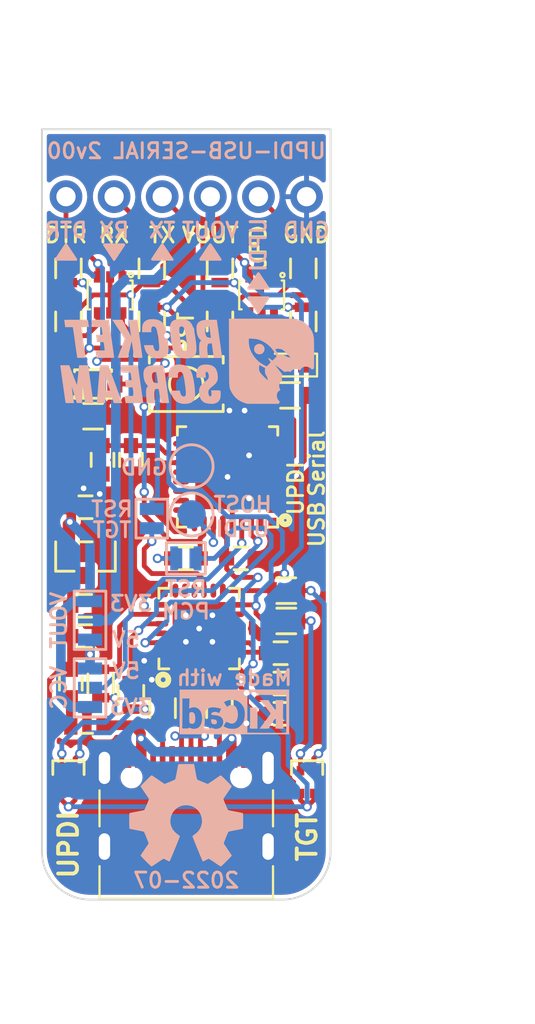
<source format=kicad_pcb>
(kicad_pcb (version 20221018) (generator pcbnew)
  (title_block (title "UPDI-USB-SERIAL") (date "2022-07-17") (rev "2.00") (company "Rocket Scream Electronics"))
  (layers (0 "F.Cu" signal) (31 "B.Cu" signal) (34 "B.Paste" user) (35 "F.Paste" user) (36 "B.SilkS" user "B.Silkscreen") (37 "F.SilkS" user "F.Silkscreen") (38 "B.Mask" user) (39 "F.Mask" user) (44 "Edge.Cuts" user))
  (net 0 "")
  (net 1 "GND")
  (net 2 "3V3")
  (net 3 "5V")
  (net 4 "VCC")
  (net 5 "Net-(C3-Pad1)")
  (net 6 "/RST_HOST")
  (net 7 "Net-(C4-Pad1)")
  (net 8 "Net-(C9-Pad1)")
  (net 9 "Net-(D3-Pad4)")
  (net 10 "VUSB")
  (net 11 "Net-(D3-Pad3)")
  (net 12 "/RST")
  (net 13 "Net-(D4-Pad2)")
  (net 14 "/RXD")
  (net 15 "/TXD")
  (net 16 "/UPDI_TGT")
  (net 17 "Net-(J2-PadB5)")
  (net 19 "/D+")
  (net 20 "/D-")
  (net 21 "Net-(J2-PadA5)")
  (net 23 "/DTR")
  (net 24 "/DTR1")
  (net 25 "/DTR0")
  (net 26 "/D8")
  (net 27 "Net-(F1-Pad2)")
  (net 28 "/RXD0")
  (net 29 "/TXD0")
  (net 30 "/D7")
  (net 43 "VOUT")
  (net 46 "/TXD1")
  (net 47 "/RXD1")
  (net 61 "Net-(D2-Pad3)")
  (net 62 "Net-(D2-Pad4)")
  (net 68 "/UPDI_HOST")
  (footprint "RocketScreamKiCadLib:R_0603" (layer "F.Cu") (at 144.98 105.62 180)
    (fp_text reference "R11" hide)
    (fp_text value "5K1")
  )
  (footprint "RocketScreamKiCadLib:R_0603" (layer "F.Cu") (at 144.98 107.22 180)
    (fp_text reference "R9" hide)
    (fp_text value "5K1")
  )
  (footprint "RocketScreamKiCadLib:RCP_1x6_Pitch2.54mm_RightAngle" (layer "F.Cu") (at 139.7 84.836)
    (fp_text reference "J1" hide)
    (fp_text value "2.54mm 1x6")
  )
  (footprint "RocketScreamKiCadLib:C_0603" (layer "F.Cu") (at 134.354 108.02)
    (fp_text reference "C5" hide)
    (fp_text value "10uF 16V X5R")
  )
  (footprint "RocketScreamKiCadLib:C_0603" (layer "F.Cu") (at 144.68 112.12)
    (fp_text reference "C2" hide)
    (fp_text value "100nF")
  )
  (footprint "RocketScreamKiCadLib:C_0603" (layer "F.Cu") (at 144.68 108.92)
    (fp_text reference "C1" hide)
    (fp_text value "10uF 16V X5R")
  )
  (footprint "RocketScreamKiCadLib:C_0603" (layer "F.Cu") (at 142.58 103.92)
    (fp_text reference "C8" hide)
    (fp_text value "100nF")
  )
  (footprint "RocketScreamKiCadLib:C_0603" (layer "F.Cu") (at 136.78 98.72 -90)
    (fp_text reference "C9" hide)
    (fp_text value "100nF")
  )
  (footprint "RocketScreamKiCadLib:C_0603" (layer "F.Cu") (at 139.68 103.92)
    (fp_text reference "C4" hide)
    (fp_text value "100nF")
  )
  (footprint "RocketScreamKiCadLib:SOD-323" (layer "F.Cu") (at 134.78 94.72)
    (fp_text reference "D1" hide)
    (fp_text value "1N4148WS")
  )
  (footprint "RocketScreamKiCadLib:MF-FSMF" (layer "F.Cu") (at 134.454 112.72 180)
    (fp_text reference "F1" hide)
    (fp_text value "MF-FSMF050X-2")
  )
  (footprint "RocketScreamKiCadLib:R_0603" (layer "F.Cu") (at 134.78 96.42 180)
    (fp_text reference "R5" hide)
    (fp_text value "10K")
  )
  (footprint "RocketScreamKiCadLib:TS-107A" (layer "F.Cu") (at 139.7 94.72)
    (fp_text reference "SW1" hide)
    (fp_text value "TS-107A")
  )
  (footprint "RocketScreamKiCadLib:TYPE-C16PIN" (layer "F.Cu") (at 139.7 117.856)
    (fp_text reference "J2" hide)
    (fp_text value "USB-C_16Pins")
  )
  (footprint "RocketScreamKiCadLib:R_0603" (layer "F.Cu") (at 138.45 111.82 90)
    (fp_text reference "R2" hide)
    (fp_text value "5K1")
  )
  (footprint "RocketScreamKiCadLib:I_0603" (layer "F.Cu") (at 133.604 110.52 90)
    (fp_text reference "L1" hide)
    (fp_text value "BLM18KG221SN1D")
  )
  (footprint "RocketScreamKiCadLib:C_0603" (layer "F.Cu") (at 134.354 106.42)
    (fp_text reference "C6" hide)
    (fp_text value "100nF")
  )
  (footprint "RocketScreamKiCadLib:C_0603" (layer "F.Cu") (at 134.38 101.22)
    (fp_text reference "C7" hide)
    (fp_text value "10uF 16V X5R")
  )
  (footprint "RocketScreamKiCadLib:SOT-363_Diodes_Inc" (layer "F.Cu") (at 143.68 90.02 180)
    (fp_text reference "Q1" hide)
    (fp_text value "BSS138DW")
  )
  (footprint "RocketScreamKiCadLib:SOT-363_Diodes_Inc" (layer "F.Cu") (at 135.68 90.02 180)
    (fp_text reference "Q2" hide)
    (fp_text value "BSS138DW")
  )
  (footprint "RocketScreamKiCadLib:R_0603" (layer "F.Cu") (at 145.88 88.62 -90)
    (fp_text reference "R4" hide)
    (fp_text value "100K")
  )
  (footprint "RocketScreamKiCadLib:R_0603" (layer "F.Cu") (at 137.88 88.62 -90)
    (fp_text reference "R13" hide)
    (fp_text value "10K")
  )
  (footprint "RocketScreamKiCadLib:R_0603" (layer "F.Cu") (at 141.48 88.62 -90)
    (fp_text reference "R10" hide)
    (fp_text value "10K")
  )
  (footprint "RocketScreamKiCadLib:R_0603" (layer "F.Cu") (at 133.48 88.62 -90)
    (fp_text reference "R16" hide)
    (fp_text value "10K")
  )
  (footprint "RocketScreamKiCadLib:R_0603" (layer "F.Cu") (at 145.88 91.42 90)
    (fp_text reference "R3" hide)
    (fp_text value "100K")
  )
  (footprint "RocketScreamKiCadLib:R_0603" (layer "F.Cu") (at 137.88 91.42 90)
    (fp_text reference "R12" hide)
    (fp_text value "10K")
  )
  (footprint "RocketScreamKiCadLib:R_0603" (layer "F.Cu") (at 141.48 91.42 90)
    (fp_text reference "R7" hide)
    (fp_text value "10K")
  )
  (footprint "RocketScreamKiCadLib:R_0603" (layer "F.Cu") (at 133.48 91.42 90)
    (fp_text reference "R15" hide)
    (fp_text value "10K")
  )
  (footprint "RocketScreamKiCadLib:R_0603" (layer "F.Cu") (at 141.45 111.82 90)
    (fp_text reference "R1" hide)
    (fp_text value "5K1")
  )
  (footprint "RocketScreamKiCadLib:C_0603" (layer "F.Cu") (at 144.68 110.52)
    (fp_text reference "C3" hide)
    (fp_text value "10uF 16V X5R")
  )
  (footprint "RocketScreamKiCadLib:R_0603" (layer "F.Cu") (at 136.78 111.12 90)
    (fp_text reference "R8" hide)
    (fp_text value "5K1")
  )
  (footprint "RocketScreamKiCadLib:R_0603" (layer "F.Cu") (at 135.18 110.52 90)
    (fp_text reference "R6" hide)
    (fp_text value "5K1")
  )
  (footprint "RocketScreamKiCadLib:LED-18-225" (layer "F.Cu") (at 133.48 115.72 -90)
    (fp_text reference "D2" hide)
    (fp_text value "18-225A/R6GHC-A01/3T")
  )
  (footprint "RocketScreamKiCadLib:LED-18-225" (layer "F.Cu") (at 146.08 115.72 -90)
    (fp_text reference "D3" hide)
    (fp_text value "18-225A/R6GHC-A01/3T")
  )
  (footprint "RocketScreamKiCadLib:SOT-23" (layer "F.Cu") (at 134.38 103.82 90)
    (fp_text reference "U2" hide)
    (fp_text value "ME6216A33XG")
  )
  (footprint "RocketScreamKiCadLib:FIDUCIAL-0.5MM_CROSS" (layer "F.Cu") (at 144.98 120.82)
    (fp_text reference "M2" hide)
    (fp_text value "FIDUCIAL")
  )
  (footprint "RocketScreamKiCadLib:LED_0603" (layer "F.Cu") (at 145.18 93.72 180)
    (fp_text reference "D4" hide)
    (fp_text value "Yellow")
  )
  (footprint "RocketScreamKiCadLib:FIDUCIAL-0.5MM_CROSS" (layer "F.Cu") (at 134.38 120.82)
    (fp_text reference "M1" hide)
    (fp_text value "FIDUCIAL")
  )
  (footprint "RocketScreamKiCadLib:QFN-24_4x4mm_Pitch0.5mm" (layer "F.Cu") (at 140.38 107.62 90)
    (fp_text reference "U1" hide)
    (fp_text value "CH342F")
  )
  (footprint "RocketScreamKiCadLib:I_0603" (layer "F.Cu") (at 135.28 98.72 -90)
    (fp_text reference "L2" hide)
    (fp_text value "BLM18KG221SN1D")
  )
  (footprint "RocketScreamKiCadLib:FIDUCIAL-0.5MM_CROSS" (layer "F.Cu") (at 146.08 82.42)
    (fp_text reference "M4" hide)
    (fp_text value "FIDUCIAL")
  )
  (footprint "RocketScreamKiCadLib:R_0603" (layer "F.Cu") (at 145.18 95.32)
    (fp_text reference "R14" hide)
    (fp_text value "5K1")
  )
  (footprint "RocketScreamKiCadLib:QFN-32_5x5mm_Pitch0.5mm" (layer "F.Cu") (at 141.88 99.62 180)
    (fp_text reference "U3" hide)
    (fp_text value "ATMEGA808-MU")
  )
  (footprint "RocketScreamKiCadLib:FIDUCIAL-0.5MM_CROSS" (layer "F.Cu") (at 133.38 82.42)
    (fp_text reference "M3" hide)
    (fp_text value "FIDUCIAL")
  )
  (footprint "RocketScreamKiCadLib:LOGO-OSHW_XSmall" (layer "B.Cu") (at 139.7 117.475 180)
    (fp_text reference "LOGO2" hide)
    (fp_text value "LOGO-OSHW" hide)
  )
  (footprint "RocketScreamKiCadLib:LOGO-KICAD_XXXSmall" (layer "B.Cu") (at 142.24 112.02 180)
    (fp_text reference "LOGO3" hide)
    (fp_text value "LOGO-KICAD" hide)
  )
  (footprint "RocketScreamKiCadLib:JUMPER-2-WAY-SMD" (layer "B.Cu") (at 134.62 110.744 -90)
    (fp_text reference "JP1" hide)
    (fp_text value "JUMPER-2-WAY")
  )
  (footprint "RocketScreamKiCadLib:TEST-PAD-1.5MM" (layer "B.Cu") (at 139.98 101.6)
    (fp_text reference "TP1" hide)
    (fp_text value "TEST-PAD")
  )
  (footprint "RocketScreamKiCadLib:TEST-PAD-1.5MM" (layer "B.Cu") (at 139.98 99.06)
    (fp_text reference "TP2" hide)
    (fp_text value "TEST-PAD")
  )
  (footprint "RocketScreamKiCadLib:LOGO-ROCKET-SCREAM_Horizontal_XSmall" (layer "B.Cu") (at 139.7 93.52 180)
    (fp_text reference "LOGO1" hide)
    (fp_text value "LOGO-ROCKET-SCREAM-HORIZONTAL" hide)
  )
  (footprint "RocketScreamKiCadLib:JUMPER-1-WAY-SMD" (layer "B.Cu") (at 139.68 103.92)
    (fp_text reference "JP4" hide)
    (fp_text value "JUMPER-1-WAY")
  )
  (footprint "RocketScreamKiCadLib:JUMPER-1-WAY-SMD" (layer "B.Cu") (at 137.88 101.82 -90)
    (fp_text reference "JP2" hide)
    (fp_text value "JUMPER-1-WAY")
  )
  (footprint "RocketScreamKiCadLib:JUMPER-2-WAY-SMD" (layer "B.Cu") (at 134.62 107.188 90)
    (fp_text reference "JP3" hide)
    (fp_text value "JUMPER-2-WAY")
  )
  (gr_poly (pts (xy 136.398 87.376) (xy 135.382 87.376) (xy 135.89 88.138)) (stroke (width 0.15)) (fill solid) (layer "B.SilkS"))
  (gr_poly (pts (xy 132.842 88.138) (xy 133.858 88.138) (xy 133.35 87.376)) (stroke (width 0.15)) (fill solid) (layer "B.SilkS"))
  (gr_poly (pts (xy 137.922 88.138) (xy 138.938 88.138) (xy 138.43 87.376)) (stroke (width 0.15)) (fill solid) (layer "B.SilkS"))
  (gr_poly (pts (xy 140.462 88.138) (xy 141.478 88.138) (xy 140.97 87.376)) (stroke (width 0.15)) (fill solid) (layer "B.SilkS"))
  (gr_poly (pts (xy 144.018 90.17) (xy 143.002 90.17) (xy 143.51 90.932)) (stroke (width 0.15)) (fill solid) (layer "B.SilkS"))
  (gr_poly (pts (xy 143.002 89.662) (xy 144.018 89.662) (xy 143.51 88.9)) (stroke (width 0.15)) (fill solid) (layer "B.SilkS"))
  (gr_arc (start 147.32 119.38) (mid 146.576051 121.176051) (end 144.78 121.92) (stroke (width 0.1)) (layer "Edge.Cuts"))
  (gr_line (start 132.08 81.28) (end 147.32 81.28) (stroke (width 0.1)) (layer "Edge.Cuts"))
  (gr_line (start 147.32 81.28) (end 147.32 119.38) (stroke (width 0.1)) (layer "Edge.Cuts"))
  (gr_arc (start 134.62 121.92) (mid 132.823949 121.176051) (end 132.08 119.38) (stroke (width 0.1)) (layer "Edge.Cuts"))
  (gr_line (start 132.08 119.38) (end 132.08 81.28) (stroke (width 0.1)) (layer "Edge.Cuts"))
  (gr_line (start 144.78 121.92) (end 134.62 121.92) (stroke (width 0.1)) (layer "Edge.Cuts"))
  (gr_text "VCC" (at 132.969 110.744 90) (layer "B.SilkS") (effects (font (size 0.8 0.8)) (justify mirror)))
  (gr_text "5V" (at 136.525 108.204) (layer "B.SilkS") (effects (font (size 0.8 0.8)) (justify mirror)))
  (gr_text "VOUT" (at 140.97 86.614) (layer "B.SilkS") (effects (font (size 0.8 0.8)) (justify mirror)))
  (gr_text "UPDI" (at 143.51 87.376 90) (layer "B.SilkS") (effects (font (size 0.8 0.8)) (justify mirror)))
  (gr_text "GND" (at 146.05 86.614) (layer "B.SilkS") (effects (font (size 0.8 0.8)) (justify mirror)))
  (gr_text "TX" (at 138.43 86.614) (layer "B.SilkS") (effects (font (size 0.8 0.8)) (justify mirror)))
  (gr_text "RX" (at 135.89 86.614) (layer "B.SilkS") (effects (font (size 0.8 0.8)) (justify mirror)))
  (gr_text "DTR" (at 133.35 86.614) (layer "B.SilkS") (effects (font (size 0.8 0.8)) (justify mirror)))
  (gr_text "UPDI-USB-SERIAL 2v00" (at 139.7 82.423) (layer "B.SilkS") (effects (font (size 0.8 0.8)) (justify mirror)))
  (gr_text "VOUT" (at 132.969 107.188 90) (layer "B.SilkS") (effects (font (size 0.8 0.8)) (justify mirror)))
  (gr_text "5V" (at 136.525 109.855) (layer "B.SilkS") (effects (font (size 0.8 0.8)) (justify mirror)))
  (gr_text "3V3" (at 136.779 111.76) (layer "B.SilkS") (effects (font (size 0.8 0.8)) (justify mirror)))
  (gr_text "RST" (at 139.68 105.52) (layer "B.SilkS") (effects (font (size 0.8 0.8)) (justify mirror)))
  (gr_text "HOST\nUPDI" (at 142.68 101.72) (layer "B.SilkS") (effects (font (size 0.8 0.8)) (justify mirror)))
  (gr_text "PGM" (at 139.68 106.72) (layer "B.SilkS") (effects (font (size 0.8 0.8)) (justify mirror)))
  (gr_text "RST" (at 135.78 101.32) (layer "B.SilkS") (effects (font (size 0.8 0.8)) (justify mirror)))
  (gr_text "TGT" (at 135.78 102.42) (layer "B.SilkS") (effects (font (size 0.8 0.8)) (justify mirror)))
  (gr_text "2022-07" (at 139.7 120.904) (layer "B.SilkS") (effects (font (size 0.8 0.8)) (justify mirror)))
  (gr_text "GND" (at 137.48 99.12) (layer "B.SilkS") (effects (font (size 0.8 0.8)) (justify mirror)))
  (gr_text "Made with" (at 142.24 110.22) (layer "B.SilkS") (effects (font (size 0.8 0.8)) (justify mirror)))
  (gr_text "3V3" (at 136.779 106.299) (layer "B.SilkS") (effects (font (size 0.8 0.8)) (justify mirror)))
  (gr_text "RX" (at 135.89 86.868) (layer "F.SilkS") (effects (font (size 0.8 0.8))))
  (gr_text "TX" (at 138.43 86.868) (layer "F.SilkS") (effects (font (size 0.8 0.8))))
  (gr_text "VOUT" (at 140.97 86.868) (layer "F.SilkS") (effects (font (size 0.8 0.8))))
  (gr_text "UPDI" (at 143.51 87.376 90) (layer "F.SilkS") (effects (font (size 0.8 0.8))))
  (gr_text "GND" (at 146.05 86.868) (layer "F.SilkS") (effects (font (size 0.8 0.8))))
  (gr_text "UPDI" (at 133.48 119.02 90) (layer "F.SilkS") (effects (font (size 1 1) (thickness 0.2))))
  (gr_text "TGT" (at 146.08 118.62 90) (layer "F.SilkS") (effects (font (size 1 1) (thickness 0.2))))
  (gr_text "RST" (at 139.68 92.02 90) (layer "F.SilkS") (effects (font (size 0.8 0.8))))
  (gr_text "DTR" (at 133.35 86.868) (layer "F.SilkS") (effects (font (size 0.8 0.8))))
  (gr_text "Serial" (at 146.58 98.92 90) (layer "F.SilkS") (effects (font (size 0.8 0.8))))
  (gr_text "USB" (at 146.58 102.12 90) (layer "F.SilkS") (effects (font (size 0.8 0.8))))
  (gr_text "UPDI" (at 145.48 100.22 90) (layer "F.SilkS") (effects (font (size 0.8 0.8))))
  (segment (start 135.104 106.42) (end 135.104 108.02) (width 0.381) (layer "F.Cu") (net 1))
  (segment (start 142.13 102.07) (end 142.13 101.005) (width 0.254) (layer "F.Cu") (net 1))
  (segment (start 139.38 110.42) (end 138.68 110.42) (width 0.254) (layer "F.Cu") (net 1))
  (segment (start 135.13 101.22) (end 135.13 100.52) (width 0.254) (layer "F.Cu") (net 1))
  (segment (start 138.13 99.47) (end 136.78 99.47) (width 0.254) (layer "F.Cu") (net 1))
  (segment (start 135.13 101.87) (end 135.13 101.22) (width 0.508) (layer "F.Cu") (net 1))
  (segment (start 139.63 109.62) (end 139.63 110.17) (width 0.254) (layer "F.Cu") (net 1))
  (segment (start 139.429999 98.87) (end 138.73 98.87) (width 0.254) (layer "F.Cu") (net 1))
  (segment (start 139.63 110.17) (end 139.38 110.42) (width 0.254) (layer "F.Cu") (net 1))
  (segment (start 135.33 102.07) (end 135.13 101.87) (width 0.508) (layer "F.Cu") (net 1))
  (segment (start 138.73 98.87) (end 138.13 99.47) (width 0.254) (layer "F.Cu") (net 1))
  (segment (start 135.33 102.82) (end 135.33 102.07) (width 0.508) (layer "F.Cu") (net 1))
  (segment (start 142.13 101.005) (end 141.88 100.755) (width 0.254) (layer "F.Cu") (net 1))
  (via (at 140.38 107.62) (size 0.5) (drill 0.3) (layers "F.Cu" "B.Cu") (net 1))
  (via (at 142.88 112.62) (size 0.5) (drill 0.3) (layers "F.Cu" "B.Cu") (net 1))
  (via (at 135.13 100.52) (size 0.5) (drill 0.3) (layers "F.Cu" "B.Cu") (net 1))
  (via (at 137.88 110.32) (size 0.5) (drill 0.3) (layers "F.Cu" "B.Cu") (net 1))
  (via (at 143.015 100.755) (size 0.5) (drill 0.3) (layers "F.Cu" "B.Cu") (net 1))
  (via (at 143.015 98.485) (size 0.5) (drill 0.3) (layers "F.Cu" "B.Cu") (net 1))
  (via (at 141.08 108.32) (size 0.5) (drill 0.3) (layers "F.Cu" "B.Cu") (net 1))
  (via (at 134.28 100.22) (size 0.5) (drill 0.3) (layers "F.Cu" "B.Cu") (net 1))
  (via (at 139.68 108.32) (size 0.5) (drill 0.3) (layers "F.Cu" "B.Cu") (net 1))
  (via (at 137.48 109.32) (size 0.5) (drill 0.3) (layers "F.Cu" "B.Cu") (net 1))
  (via (at 142.78 96.12) (size 0.5) (drill 0.3) (layers "F.Cu" "B.Cu") (net 1))
  (via (at 141.98 96.12) (size 0.5) (drill 0.3) (layers "F.Cu" "B.Cu") (net 1))
  (via (at 141.08 106.92) (size 0.5) (drill 0.3) (layers "F.Cu" "B.Cu") (net 1))
  (via (at 139.68 106.92) (size 0.5) (drill 0.3) (layers "F.Cu" "B.Cu") (net 1))
  (via (at 141.88 99.62) (size 0.5) (drill 0.3) (layers "F.Cu" "B.Cu") (net 1))
  (segment (start 133.43 102.82) (end 133.43 102.12) (width 0.508) (layer "F.Cu") (net 2))
  (segment (start 133.63 101.92) (end 133.63 101.22) (width 0.508) (layer "F.Cu") (net 2))
  (segment (start 133.43 102.12) (end 133.555 101.995) (width 0.508) (layer "F.Cu") (net 2))
  (segment (start 133.555 101.995) (end 133.63 101.92) (width 0.508) (layer "F.Cu") (net 2))
  (via (at 133.555 101.995) (size 0.5) (drill 0.3) (layers "F.Cu" "B.Cu") (net 2))
  (segment (start 133.62 111.76) (end 134.62 111.76) (width 0.508) (layer "B.Cu") (net 2))
  (segment (start 133.08 111.22) (end 133.62 111.76) (width 0.508) (layer "B.Cu") (net 2))
  (segment (start 134.62 106.172) (end 133.728 106.172) (width 0.508) (layer "B.Cu") (net 2))
  (segment (start 134.62 103.06) (end 133.555 101.995) (width 0.508) (layer "B.Cu") (net 2))
  (segment (start 133.728 106.172) (end 133.08 106.82) (width 0.508) (layer "B.Cu") (net 2))
  (segment (start 134.62 106.172) (end 134.62 103.06) (width 0.508) (layer "B.Cu") (net 2))
  (segment (start 133.08 106.82) (end 133.08 111.22) (width 0.508) (layer "B.Cu") (net 2))
  (segment (start 133.63 94.72) (end 133.63 95.37) (width 0.381) (layer "F.Cu") (net 3))
  (segment (start 133.63 95.37) (end 134.03 95.77) (width 0.381) (layer "F.Cu") (net 3))
  (segment (start 138.68 90.67) (end 137.88 90.67) (width 0.254) (layer "F.Cu") (net 3))
  (segment (start 146.08 117.02) (end 146.43 116.67) (width 0.254) (layer "F.Cu") (net 3))
  (segment (start 139.38 92.52) (end 139.08 92.82) (width 0.254) (layer "F.Cu") (net 3))
  (segment (start 133.83 116.67) (end 133.48 117.02) (width 0.254) (layer "F.Cu") (net 3))
  (segment (start 143.23 108.87) (end 143.88 108.87) (width 0.254) (layer "F.Cu") (net 3))
  (segment (start 146.43 116.67) (end 146.43 116.32) (width 0.254) (layer "F.Cu") (net 3))
  (segment (start 134.38 104.82) (end 133.604 104.82) (width 0.381) (layer "F.Cu") (net 3))
  (segment (start 132.58 103.796) (end 133.604 104.82) (width 0.381) (layer "F.Cu") (net 3))
  (segment (start 132.48 110.32) (end 132.48 116.02) (width 0.254) (layer "F.Cu") (net 3))
  (segment (start 143.03 108.37) (end 143.23 108.57) (width 0.254) (layer "F.Cu") (net 3))
  (segment (start 145.88 90.67) (end 145.08 90.67) (width 0.254) (layer "F.Cu") (net 3))
  (segment (start 134.03 96.42) (end 134.03 95.77) (width 0.381) (layer "F.Cu") (net 3))
  (segment (start 139.38 91.37) (end 139.38 92.52) (width 0.254) (layer "F.Cu") (net 3))
  (segment (start 141.83 104.47) (end 141.83 103.92) (width 0.254) (layer "F.Cu") (net 3))
  (segment (start 142.88 111.02) (end 142.88 111.62) (width 0.254) (layer "F.Cu") (net 3))
  (segment (start 132.78 116.32) (end 133.13 116.32) (width 0.254) (layer "F.Cu") (net 3))
  (segment (start 133.604 109.77) (end 133.03 109.77) (width 0.254) (layer "F.Cu") (net 3))
  (segment (start 133.604 109.77) (end 133.604 104.82) (width 0.381) (layer "F.Cu") (net 3))
  (segment (start 133.83 116.32) (end 133.83 116.67) (width 0.254) (layer "F.Cu") (net 3))
  (segment (start 143.48 104.92) (end 142.28 104.92) (width 0.254) (layer "F.Cu") (net 3))
  (segment (start 133.48 89.37) (end 134.23 89.37) (width 0.254) (layer "F.Cu") (net 3))
  (segment (start 133.93 99.47) (end 132.58 100.82) (width 0.381) (layer "F.Cu") (net 3))
  (segment (start 133.13 116.67) (end 133.48 117.02) (width 0.254) (layer "F.Cu") (net 3))
  (segment (start 142.38 108.37) (end 143.03 108.37) (width 0.254) (layer "F.Cu") (net 3))
  (segment (start 143.88 108.87) (end 143.93 108.92) (width 0.254) (layer "F.Cu") (net 3))
  (segment (start 143.38 112.12) (end 143.93 112.12) (width 0.254) (layer "F.Cu") (net 3))
  (segment (start 143.23 108.87) (end 143.23 109.47) (width 0.254) (layer "F.Cu") (net 3))
  (segment (start 146.08 117.02) (end 145.73 116.67) (width 0.254) (layer "F.Cu") (net 3))
  (segment (start 142.88 111.02) (end 142.28 110.42) (width 0.254) (layer "F.Cu") (net 3))
  (segment (start 145.73 116.67) (end 145.73 116.32) (width 0.254) (layer "F.Cu") (net 3))
  (segment (start 133.03 109.77) (end 132.48 110.32) (width 0.254) (layer "F.Cu") (net 3))
  (segment (start 141.63 102.67) (end 141.83 102.87) (width 0.254) (layer "F.Cu") (net 3))
  (segment (start 141.63 102.07) (end 141.63 102.67) (width 0.254) (layer "F.Cu") (net 3))
  (segment (start 138.68 90.67) (end 139.38 91.37) (width 0.254) (layer "F.Cu") (net 3))
  (segment (start 132.58 100.82) (end 132.58 103.796) (width 0.381) (layer "F.Cu") (net 3))
  (segment (start 143.23 108.57) (end 143.23 108.87) (width 0.254) (layer "F.Cu") (net 3))
  (segment (start 142.88 111.62) (end 143.38 112.12) (width 0.254) (layer "F.Cu") (net 3))
  (segment (start 141.38 110.42) (end 141.13 110.17) (width 0.254) (layer "F.Cu") (net 3))
  (segment (start 141.13 110.17) (end 141.13 109.62) (width 0.254) (layer "F.Cu") (net 3))
  (segment (start 133.63 93.77) (end 133.63 94.72) (width 0.254) (layer "F.Cu") (net 3))
  (segment (start 141.83 102.87) (end 141.83 103.92) (width 0.254) (layer "F.Cu") (net 3))
  (segment (start 139.08 92.82) (end 134.58 92.82) (width 0.254) (layer "F.Cu") (net 3))
  (segment (start 142.38 108.87) (end 143.23 108.87) (width 0.254) (layer "F.Cu") (net 3))
  (segment (start 135.28 99.47) (end 133.93 99.47) (width 0.381) (layer "F.Cu") (net 3))
  (segment (start 134.58 92.82) (end 133.63 93.77) (width 0.254) (layer "F.Cu") (net 3))
  (segment (start 134.62 108.98) (end 133.64 108.98) (width 0.381) (layer "F.Cu") (net 3))
  (segment (start 142.28 104.92) (end 141.83 104.47) (width 0.254) (layer "F.Cu") (net 3))
  (segment (start 133.13 116.32) (end 133.13 116.67) (width 0.254) (layer "F.Cu") (net 3))
  (segment (start 132.48 116.02) (end 132.78 116.32) (width 0.254) (layer "F.Cu") (net 3))
  (segment (start 141.48 89.37) (end 142.23 89.37) (width 0.254) (layer "F.Cu") (net 3))
  (segment (start 134.03 99.42) (end 134.03 96.42) (width 0.381) (layer "F.Cu") (net 3))
  (segment (start 142.28 110.42) (end 141.38 110.42) (width 0.254) (layer "F.Cu") (net 3))
  (via (at 133.48 117.02) (size 0.5) (drill 0.3) (layers "F.Cu" "B.Cu") (net 3))
  (via (at 145.08 90.67) (size 0.5) (drill 0.3) (layers "F.Cu" "B.Cu") (net 3))
  (via (at 134.23 89.37) (size 0.5) (drill 0.3) (layers "F.Cu" "B.Cu") (net 3))
  (via (at 142.23 89.37) (size 0.5) (drill 0.3) (layers "F.Cu" "B.Cu") (net 3))
  (via (at 142.88 111.02) (size 0.5) (drill 0.3) (layers "F.Cu" "B.Cu") (net 3))
  (via (at 143.23 109.47) (size 0.5) (drill 0.3) (layers "F.Cu" "B.Cu") (net 3))
  (via (at 143.48 104.92) (size 0.5) (drill 0.3) (layers "F.Cu" "B.Cu") (net 3))
  (via (at 138.68 90.67) (size 0.5) (drill 0.3) (layers "F.Cu" "B.Cu") (net 3))
  (via (at 134.62 108.98) (size 0.5) (drill 0.3) (layers "F.Cu" "B.Cu") (net 3))
  (via (at 146.08 117.02) (size 0.5) (drill 0.3) (layers "F.Cu" "B.Cu") (net 3))
  (via (at 134.58 92.82) (size 0.5) (drill 0.3) (layers "F.Cu" "B.Cu") (net 3))
  (segment (start 142.68 105.72) (end 142.68 106.67) (width 0.254) (layer "B.Cu") (net 3))
  (segment (start 145.08 90.67) (end 143.53 90.67) (width 0.254) (layer "B.Cu") (net 3))
  (segment (start 146.08 117.02) (end 146.08 115.82) (width 0.254) (layer "B.Cu") (net 3))
  (segment (start 142.23 89.37) (end 139.98 89.37) (width 0.254) (layer "B.Cu") (net 3))
  (segment (start 139.98 89.37) (end 138.68 90.67) (width 0.254) (layer "B.Cu") (net 3))
  (segment (start 143.53 90.67) (end 142.23 89.37) (width 0.254) (layer "B.Cu") (net 3))
  (segment (start 142.88 109.82) (end 142.88 111.02) (width 0.254) (layer "B.Cu") (net 3))
  (segment (start 134.62 108.204) (end 134.62 108.98) (width 0.508) (layer "B.Cu") (net 3))
  (segment (start 145.08 114.82) (end 145.08 113.22) (width 0.254) (layer "B.Cu") (net 3))
  (segment (start 146.08 117.02) (end 133.48 117.02) (width 0.254) (layer "B.Cu") (net 3))
  (segment (start 143.23 107.22) (end 143.23 109.47) (width 0.254) (layer "B.Cu") (net 3))
  (segment (start 145.08 113.22) (end 142.88 111.02) (width 0.254) (layer "B.Cu") (net 3))
  (segment (start 134.58 92.82) (end 134.58 89.72) (width 0.254) (layer "B.Cu") (net 3))
  (segment (start 143.48 104.92) (end 142.68 105.72) (width 0.254) (layer "B.Cu") (net 3))
  (segment (start 146.08 115.82) (end 145.08 114.82) (width 0.254) (layer "B.Cu") (net 3))
  (segment (start 134.58 89.72) (end 134.23 89.37) (width 0.254) (layer "B.Cu") (net 3))
  (segment (start 142.68 106.67) (end 143.23 107.22) (width 0.254) (layer "B.Cu") (net 3))
  (segment (start 143.23 109.47) (end 142.88 109.82) (width 0.254) (layer "B.Cu") (net 3))
  (segment (start 134.62 108.98) (end 134.62 109.728) (width 0.508) (layer "B.Cu") (net 3))
  (segment (start 139.98 90.72) (end 139.98 92.02) (width 0.254) (layer "F.Cu") (net 4))
  (segment (start 137.88 89.37) (end 138.63 89.37) (width 0.254) (layer "F.Cu") (net 4))
  (segment (start 143.68 91.82) (end 143.68 90.97) (width 0.254) (layer "F.Cu") (net 4))
  (segment (start 135.68 89.07) (end 135.68 90.97) (width 0.254) (layer "F.Cu") (net 4))
  (segment (start 145.23 89.37) (end 144.58 90.02) (width 0.254) (layer "F.Cu") (net 4))
  (segment (start 142.13 90.67) (end 141.48 90.67) (width 0.254) (layer "F.Cu") (net 4))
  (segment (start 139.98 92.02) (end 140.78 92.82) (width 0.254) (layer "F.Cu") (net 4))
  (segment (start 134.78 90.02) (end 136.78 90.02) (width 0.254) (layer "F.Cu") (net 4))
  (segment (start 142.78 90.02) (end 142.13 90.67) (width 0.254) (layer "F.Cu") (net 4))
  (segment (start 140.78 92.82) (end 142.68 92.82) (width 0.254) (layer "F.Cu") (net 4))
  (segment (start 145.88 89.37) (end 145.23 89.37) (width 0.254) (layer "F.Cu") (net 4))
  (segment (start 138.63 89.37) (end 139.98 90.72) (width 0.254) (layer "F.Cu") (net 4))
  (segment (start 142.68 92.82) (end 143.68 91.82) (width 0.254) (layer "F.Cu") (net 4))
  (segment (start 144.58 90.02) (end 142.78 90.02) (width 0.254) (layer "F.Cu") (net 4))
  (segment (start 134.13 90.67) (end 134.78 90.02) (width 0.254) (layer "F.Cu") (net 4))
  (segment (start 143.68 89.07) (end 143.68 90.97) (width 0.254) (layer "F.Cu") (net 4))
  (segment (start 137.43 89.37) (end 137.88 89.37) (width 0.254) (layer "F.Cu") (net 4))
  (segment (start 136.78 90.02) (end 137.43 89.37) (width 0.254) (layer "F.Cu") (net 4))
  (segment (start 133.48 90.67) (end 134.13 90.67) (width 0.254) (layer "F.Cu") (net 4))
  (via (at 136.78 90.02) (size 0.5) (drill 0.3) (layers "F.Cu" "B.Cu") (net 4))
  (segment (start 135.356 110.744) (end 136.48 109.62) (width 0.254) (layer "B.Cu") (net 4))
  (segment (start 136.48 109.62) (end 136.48 107.22) (width 0.254) (layer "B.Cu") (net 4))
  (segment (start 136.48 107.22) (end 136.78 106.92) (width 0.254) (layer "B.Cu") (net 4))
  (segment (start 134.62 110.744) (end 135.356 110.744) (width 0.254) (layer "B.Cu") (net 4))
  (segment (start 136.78 106.92) (end 136.78 90.02) (width 0.254) (layer "B.Cu") (net 4))
  (segment (start 141.63 109.62) (end 142.38 109.62) (width 0.254) (layer "F.Cu") (net 5))
  (segment (start 142.38 109.62) (end 143.28 110.52) (width 0.254) (layer "F.Cu") (net 5))
  (segment (start 143.28 110.52) (end 143.93 110.52) (width 0.254) (layer "F.Cu") (net 5))
  (segment (start 140.63 102.67) (end 140.63 102.07) (width 0.254) (layer "F.Cu") (net 6))
  (segment (start 140.43 103.92) (end 140.43 103.17) (width 0.254) (layer "F.Cu") (net 6))
  (segment (start 135.53 95.77) (end 135.53 96.42) (width 0.254) (layer "F.Cu") (net 6))
  (segment (start 140.43 102.87) (end 140.63 102.67) (width 0.254) (layer "F.Cu") (net 6))
  (segment (start 135.93 95.37) (end 135.53 95.77) (width 0.254) (layer "F.Cu") (net 6))
  (segment (start 137.48 101.62) (end 138.88 103.02) (width 0.254) (layer "F.Cu") (net 6))
  (segment (start 140.43 103.17) (end 140.43 102.87) (width 0.254) (layer "F.Cu") (net 6))
  (segment (start 137.48 95.92) (end 137.48 94.765) (width 0.254) (layer "F.Cu") (net 6))
  (segment (start 135.93 94.72) (end 135.93 95.37) (width 0.254) (layer "F.Cu") (net 6))
  (segment (start 138.88 103.02) (end 140.43 103.02) (width 0.254) (layer "F.Cu") (net 6))
  (segment (start 137.525 94.72) (end 135.93 94.72) (width 0.254) (layer "F.Cu") (net 6))
  (segment (start 137.48 94.765) (end 137.525 94.72) (width 0.254) (layer "F.Cu") (net 6))
  (segment (start 137.48 100.42) (end 137.48 101.62) (width 0.254) (layer "F.Cu") (net 6))
  (via (at 137.48 95.92) (size 0.5) (drill 0.3) (layers "F.Cu" "B.Cu") (net 6))
  (via (at 137.48 100.42) (size 0.5) (drill 0.3) (layers "F.Cu" "B.Cu") (net 6))
  (segment (start 137.48 100.42) (end 137.48 95.92) (width 0.254) (layer "B.Cu") (net 6))
  (segment (start 138.18 103.92) (end 138.93 103.92) (width 0.254) (layer "F.Cu") (net 7))
  (via (at 138.18 103.92) (size 0.5) (drill 0.3) (layers "F.Cu" "B.Cu") (net 7))
  (segment (start 139.172 103.92) (end 138.18 103.92) (width 0.254) (layer "B.Cu") (net 7))
  (segment (start 138.23 97.97) (end 135.28 97.97) (width 0.254) (layer "F.Cu") (net 8))
  (segment (start 138.63 98.37) (end 138.23 97.97) (width 0.254) (layer "F.Cu") (net 8))
  (segment (start 139.43 98.37) (end 138.63 98.37) (width 0.254) (layer "F.Cu") (net 8))
  (segment (start 145.73 107.22) (end 146.28 107.22) (width 0.254) (layer "F.Cu") (net 9))
  (segment (start 145.73 114.22) (end 145.73 115.12) (width 0.254) (layer "F.Cu") (net 9))
  (via (at 146.28 107.22) (size 0.5) (drill 0.3) (layers "F.Cu" "B.Cu") (net 9))
  (via (at 145.73 114.22) (size 0.5) (drill 0.3) (layers "F.Cu" "B.Cu") (net 9))
  (segment (start 145.73 114.22) (end 146.28 113.67) (width 0.254) (layer "B.Cu") (net 9))
  (segment (start 146.28 113.67) (end 146.28 107.22) (width 0.254) (layer "B.Cu") (net 9))
  (segment (start 142.1 113.42) (end 142.1 114.396) (width 0.508) (layer "F.Cu") (net 10))
  (segment (start 137.305 113.145) (end 137.305 114.47) (width 0.508) (layer "F.Cu") (net 10))
  (segment (start 135.304 112.72) (end 136.88 112.72) (width 0.508) (layer "F.Cu") (net 10))
  (segment (start 136.88 112.72) (end 137.305 113.145) (width 0.508) (layer "F.Cu") (net 10))
  (via (at 137.305 113.42) (size 0.5) (drill 0.3) (layers "F.Cu" "B.Cu") (net 10))
  (via (at 142.1 113.42) (size 0.5) (drill 0.3) (layers "F.Cu" "B.Cu") (net 10))
  (segment (start 138.005 114.12) (end 137.305 113.42) (width 0.508) (layer "B.Cu") (net 10))
  (segment (start 141.4 114.12) (end 138.005 114.12) (width 0.508) (layer "B.Cu") (net 10))
  (segment (start 142.1 113.42) (end 141.4 114.12) (width 0.508) (layer "B.Cu") (net 10))
  (segment (start 145.73 105.62) (end 146.28 105.62) (width 0.254) (layer "F.Cu") (net 11))
  (segment (start 146.68 114.22) (end 146.43 114.47) (width 0.254) (layer "F.Cu") (net 11))
  (segment (start 146.43 114.47) (end 146.43 115.12) (width 0.254) (layer "F.Cu") (net 11))
  (via (at 146.28 105.62) (size 0.5) (drill 0.3) (layers "F.Cu" "B.Cu") (net 11))
  (via (at 146.68 114.22) (size 0.5) (drill 0.3) (layers "F.Cu" "B.Cu") (net 11))
  (segment (start 146.98 113.92) (end 146.98 106.32) (width 0.254) (layer "B.Cu") (net 11))
  (segment (start 146.68 114.22) (end 146.98 113.92) (width 0.254) (layer "B.Cu") (net 11))
  (segment (start 146.98 106.32) (end 146.28 105.62) (width 0.254) (layer "B.Cu") (net 11))
  (segment (start 132.58 91.92) (end 132.83 92.17) (width 0.254) (layer "F.Cu") (net 12))
  (segment (start 135.03 90.97) (end 135.03 91.57) (width 0.254) (layer "F.Cu") (net 12))
  (segment (start 134.43 92.17) (end 133.48 92.17) (width 0.254) (layer "F.Cu") (net 12))
  (segment (start 132.58 87.52) (end 132.58 91.92) (width 0.254) (layer "F.Cu") (net 12))
  (segment (start 135.03 91.57) (end 134.43 92.17) (width 0.254) (layer "F.Cu") (net 12))
  (segment (start 133.35 84.836) (end 133.35 86.75) (width 0.254) (layer "F.Cu") (net 12))
  (segment (start 133.35 86.75) (end 132.58 87.52) (width 0.254) (layer "F.Cu") (net 12))
  (segment (start 132.83 92.17) (end 133.48 92.17) (width 0.254) (layer "F.Cu") (net 12))
  (segment (start 144.43 94.47) (end 144.38 94.42) (width 0.254) (layer "F.Cu") (net 13))
  (segment (start 144.43 95.32) (end 144.43 94.47) (width 0.254) (layer "F.Cu") (net 13))
  (segment (start 144.355 93.72) (end 144.355 94.395) (width 0.254) (layer "F.Cu") (net 13))
  (segment (start 136.83 87.87) (end 137.88 87.87) (width 0.254) (layer "F.Cu") (net 14))
  (segment (start 137.88 86.826) (end 135.89 84.836) (width 0.254) (layer "F.Cu") (net 14))
  (segment (start 136.33 88.37) (end 136.83 87.87) (width 0.254) (layer "F.Cu") (net 14))
  (segment (start 136.33 89.07) (end 136.33 88.37) (width 0.254) (layer "F.Cu") (net 14))
  (segment (start 137.88 87.87) (end 137.88 86.826) (width 0.254) (layer "F.Cu") (net 14))
  (segment (start 142.43 92.17) (end 141.48 92.17) (width 0.254) (layer "F.Cu") (net 15))
  (segment (start 143.03 90.97) (end 143.03 91.57) (width 0.254) (layer "F.Cu") (net 15))
  (segment (start 138.43 84.836) (end 140.58 86.986) (width 0.254) (layer "F.Cu") (net 15))
  (segment (start 143.03 91.57) (end 142.43 92.17) (width 0.254) (layer "F.Cu") (net 15))
  (segment (start 140.58 86.986) (end 140.58 91.82) (width 0.254) (layer "F.Cu") (net 15))
  (segment (start 140.93 92.17) (end 141.48 92.17) (width 0.254) (layer "F.Cu") (net 15))
  (segment (start 140.58 91.82) (end 140.93 92.17) (width 0.254) (layer "F.Cu") (net 15))
  (segment (start 144.33 87.87) (end 144.33 89.07) (width 0.254) (layer "F.Cu") (net 16))
  (segment (start 144.33 85.656) (end 143.51 84.836) (width 0.254) (layer "F.Cu") (net 16))
  (segment (start 144.33 87.87) (end 144.33 85.656) (width 0.254) (layer "F.Cu") (net 16))
  (segment (start 145.88 87.87) (end 144.33 87.87) (width 0.254) (layer "F.Cu") (net 16))
  (segment (start 141.45 114.396) (end 141.45 112.57) (width 0.254) (layer "F.Cu") (net 17))
  (segment (start 139.45 113.29) (end 139.11 113.29) (width 0.254) (layer "F.Cu") (net 19))
  (segment (start 139.45 113.29) (end 139.45 114.396) (width 0.254) (layer "F.Cu") (net 19))
  (segment (start 139.45 111.15) (end 139.45 113.29) (width 0.254) (layer "F.Cu") (net 19))
  (segment (start 140.13 109.62) (end 140.13 110.47) (width 0.254) (layer "F.Cu") (net 19))
  (segment (start 140.45 114.396) (end 140.45 113.49) (width 0.254) (layer "F.Cu") (net 19))
  (segment (start 140.45 113.49) (end 140.65 113.29) (width 0.254) (layer "F.Cu") (net 19))
  (segment (start 140.13 110.47) (end 139.45 111.15) (width 0.254) (layer "F.Cu") (net 19))
  (via (at 140.65 113.29) (size 0.5) (drill 0.3) (layers "F.Cu" "B.Cu") (net 19))
  (via (at 139.11 113.29) (size 0.5) (drill 0.3) (layers "F.Cu" "B.Cu") (net 19))
  (segment (start 139.11 113.29) (end 140.65 113.29) (width 0.254) (layer "B.Cu") (net 19))
  (segment (start 138.95 114.396) (end 138.95 115.39) (width 0.254) (layer "F.Cu") (net 20))
  (segment (start 140.63 110.67) (end 140.63 109.62) (width 0.254) (layer "F.Cu") (net 20))
  (segment (start 139.95 111.35) (end 140.63 110.67) (width 0.254) (layer "F.Cu") (net 20))
  (segment (start 139.95 114.396) (end 139.95 111.35) (width 0.254) (layer "F.Cu") (net 20))
  (segment (start 138.95 115.39) (end 139.18 115.62) (width 0.254) (layer "F.Cu") (net 20))
  (segment (start 139.18 115.62) (end 139.68 115.62) (width 0.254) (layer "F.Cu") (net 20))
  (segment (start 139.68 115.62) (end 139.95 115.35) (width 0.254) (layer "F.Cu") (net 20))
  (segment (start 139.95 115.35) (end 139.95 114.396) (width 0.254) (layer "F.Cu") (net 20))
  (segment (start 138.45 114.396) (end 138.45 112.57) (width 0.254) (layer "F.Cu") (net 21))
  (segment (start 135.03 88.37) (end 135.03 89.07) (width 0.254) (layer "F.Cu") (net 23))
  (segment (start 133.48 87.87) (end 134.53 87.87) (width 0.254) (layer "F.Cu") (net 23))
  (segment (start 134.98 93.52) (end 135.08 93.42) (width 0.254) (layer "F.Cu") (net 23))
  (segment (start 135.08 93.42) (end 138.38 93.42) (width 0.254) (layer "F.Cu") (net 23))
  (segment (start 138.38 93.42) (end 138.58 93.62) (width 0.254) (layer "F.Cu") (net 23))
  (segment (start 134.53 87.87) (end 135.03 88.37) (width 0.254) (layer "F.Cu") (net 23))
  (via (at 134.98 93.52) (size 0.5) (drill 0.3) (layers "F.Cu" "B.Cu") (net 23))
  (via (at 135.03 88.37) (size 0.5) (drill 0.3) (layers "F.Cu" "B.Cu") (net 23))
  (via (at 138.58 93.62) (size 0.5) (drill 0.3) (layers "F.Cu" "B.Cu") (net 23))
  (segment (start 138.18 94.02) (end 138.58 93.62) (width 0.254) (layer "B.Cu") (net 23))
  (segment (start 137.88 100.92) (end 138.18 100.62) (width 0.254) (layer "B.Cu") (net 23))
  (segment (start 137.88 101.312) (end 137.88 100.92) (width 0.254) (layer "B.Cu") (net 23))
  (segment (start 135.28 88.62) (end 135.28 93.22) (width 0.254) (layer "B.Cu") (net 23))
  (segment (start 138.18 100.62) (end 138.18 94.02) (width 0.254) (layer "B.Cu") (net 23))
  (segment (start 135.28 93.22) (end 134.98 93.52) (width 0.254) (layer "B.Cu") (net 23))
  (segment (start 135.03 88.37) (end 135.28 88.62) (width 0.254) (layer "B.Cu") (net 23))
  (segment (start 137.48 103.42) (end 137.88 103.02) (width 0.254) (layer "F.Cu") (net 24))
  (segment (start 140.28 104.72) (end 137.88 104.72) (width 0.254) (layer "F.Cu") (net 24))
  (segment (start 140.63 105.62) (end 140.63 105.07) (width 0.254) (layer "F.Cu") (net 24))
  (segment (start 140.63 105.07) (end 140.28 104.72) (width 0.254) (layer "F.Cu") (net 24))
  (segment (start 137.48 104.32) (end 137.48 103.42) (width 0.254) (layer "F.Cu") (net 24))
  (segment (start 137.88 104.72) (end 137.48 104.32) (width 0.254) (layer "F.Cu") (net 24))
  (via (at 137.88 103.02) (size 0.5) (drill 0.3) (layers "F.Cu" "B.Cu") (net 24))
  (segment (start 137.88 102.328) (end 137.88 103.02) (width 0.254) (layer "B.Cu") (net 24))
  (segment (start 138.38 108.37) (end 137.53 108.37) (width 0.254) (layer "F.Cu") (net 25))
  (via (at 137.53 108.37) (size 0.5) (drill 0.3) (layers "F.Cu" "B.Cu") (net 25))
  (segment (start 141.18 103.92) (end 141.88 103.22) (width 0.254) (layer "B.Cu") (net 25))
  (segment (start 142.28 102.32) (end 143.78 102.32) (width 0.254) (layer "B.Cu") (net 25))
  (segment (start 141.28 106.22) (end 138.88 106.22) (width 0.254) (layer "B.Cu") (net 25))
  (segment (start 141.88 102.72) (end 142.28 102.32) (width 0.254) (layer "B.Cu") (net 25))
  (segment (start 144.18 102.72) (end 144.18 103.32) (width 0.254) (layer "B.Cu") (net 25))
  (segment (start 141.88 103.22) (end 141.88 102.72) (width 0.254) (layer "B.Cu") (net 25))
  (segment (start 138.88 106.22) (end 138.68 106.42) (width 0.254) (layer "B.Cu") (net 25))
  (segment (start 144.18 103.32) (end 141.28 106.22) (width 0.254) (layer "B.Cu") (net 25))
  (segment (start 140.188 103.92) (end 141.18 103.92) (width 0.254) (layer "B.Cu") (net 25))
  (segment (start 138.68 106.42) (end 138.68 107.22) (width 0.254) (layer "B.Cu") (net 25))
  (segment (start 143.78 102.32) (end 144.18 102.72) (width 0.254) (layer "B.Cu") (net 25))
  (segment (start 138.68 107.22) (end 137.53 108.37) (width 0.254) (layer "B.Cu") (net 25))
  (segment (start 144.98 96.22) (end 145.38 96.62) (width 0.254) (layer "F.Cu") (net 26))
  (segment (start 145.38 96.62) (end 145.38 98.52) (width 0.254) (layer "F.Cu") (net 26))
  (segment (start 144.33 92.17) (end 144.33 90.97) (width 0.254) (layer "F.Cu") (net 26))
  (segment (start 143.98 96.22) (end 144.98 96.22) (width 0.254) (layer "F.Cu") (net 26))
  (segment (start 145.88 92.17) (end 144.93 92.17) (width 0.254) (layer "F.Cu") (net 26))
  (segment (start 144.93 92.17) (end 144.33 92.17) (width 0.254) (layer "F.Cu") (net 26))
  (segment (start 145.38 98.52) (end 145.03 98.87) (width 0.254) (layer "F.Cu") (net 26))
  (segment (start 144.33 92.17) (end 143.48 93.02) (width 0.254) (layer "F.Cu") (net 26))
  (segment (start 145.03 98.87) (end 144.330001 98.87) (width 0.254) (layer "F.Cu") (net 26))
  (segment (start 143.48 95.72) (end 143.98 96.22) (width 0.254) (layer "F.Cu") (net 26))
  (segment (start 143.48 93.02) (end 143.48 95.72) (width 0.254) (layer "F.Cu") (net 26))
  (segment (start 133.604 112.72) (end 133.604 111.27) (width 0.508) (layer "F.Cu") (net 27))
  (segment (start 135.93 109.77) (end 135.18 109.77) (width 0.254) (layer "F.Cu") (net 28))
  (segment (start 136.83 106.87) (end 136.18 107.52) (width 0.254) (layer "F.Cu") (net 28))
  (segment (start 138.38 106.87) (end 137.43 106.87) (width 0.254) (layer "F.Cu") (net 28))
  (segment (start 137.48 106.42) (end 137.48 106.82) (width 0.254) (layer "F.Cu") (net 28))
  (segment (start 142.63 102.070001) (end 142.63 103.12) (width 0.254) (layer "F.Cu") (net 28))
  (segment (start 136.18 109.52) (end 135.93 109.77) (width 0.254) (layer "F.Cu") (net 28))
  (segment (start 136.18 107.52) (end 136.18 109.52) (width 0.254) (layer "F.Cu") (net 28))
  (segment (start 137.43 106.87) (end 136.83 106.87) (width 0.254) (layer "F.Cu") (net 28))
  (via (at 142.63 103.12) (size 0.5) (drill 0.3) (layers "F.Cu" "B.Cu") (net 28))
  (via (at 137.48 106.42) (size 0.5) (drill 0.3) (layers "F.Cu" "B.Cu") (net 28))
  (segment (start 137.48 106.02) (end 137.48 106.42) (width 0.254) (layer "B.Cu") (net 28))
  (segment (start 138.48 105.02) (end 137.48 106.02) (width 0.254) (layer "B.Cu") (net 28))
  (segment (start 142.63 103.12) (end 142.63 103.22) (width 0.254) (layer "B.Cu") (net 28))
  (segment (start 140.83 105.02) (end 138.48 105.02) (width 0.254) (layer "B.Cu") (net 28))
  (segment (start 142.63 103.22) (end 140.83 105.02) (width 0.254) (layer "B.Cu") (net 28))
  (segment (start 143.13 102.67) (end 143.48 103.02) (width 0.254) (layer "F.Cu") (net 29))
  (segment (start 136.78 108.12) (end 136.78 110.37) (width 0.254) (layer "F.Cu") (net 29))
  (segment (start 143.13 102.57) (end 143.13 102.67) (width 0.254) (layer "F.Cu") (net 29))
  (segment (start 137.53 107.37) (end 136.78 108.12) (width 0.254) (layer "F.Cu") (net 29))
  (segment (start 143.13 102.07) (end 143.13 102.57) (width 0.254) (layer "F.Cu") (net 29))
  (segment (start 138.38 107.37) (end 137.53 107.37) (width 0.254) (layer "F.Cu") (net 29))
  (via (at 137.18 107.72) (size 0.5) (drill 0.3) (layers "F.Cu" "B.Cu") (net 29))
  (via (at 143.48 103.02) (size 0.5) (drill 0.3) (layers "F.Cu" "B.Cu") (net 29))
  (segment (start 141.08 105.62) (end 138.68 105.62) (width 0.254) (layer "B.Cu") (net 29))
  (segment (start 138.13 106.77) (end 137.18 107.72) (width 0.254) (layer "B.Cu") (net 29))
  (segment (start 138.68 105.62) (end 138.13 106.17) (width 0.254) (layer "B.Cu") (net 29))
  (segment (start 143.48 103.22) (end 141.08 105.62) (width 0.254) (layer "B.Cu") (net 29))
  (segment (start 138.13 106.17) (end 138.13 106.77) (width 0.254) (layer "B.Cu") (net 29))
  (segment (start 143.48 103.02) (end 143.48 103.22) (width 0.254) (layer "B.Cu") (net 29))
  (segment (start 145.93 95.32) (end 145.93 98.77) (width 0.254) (layer "F.Cu") (net 30))
  (segment (start 145.33 99.37) (end 144.33 99.37) (width 0.254) (layer "F.Cu") (net 30))
  (segment (start 145.93 98.77) (end 145.33 99.37) (width 0.254) (layer "F.Cu") (net 30))
  (segment (start 135.612 107.188) (end 135.98 106.82) (width 0.508) (layer "B.Cu") (net 43))
  (segment (start 135.98 89.72) (end 136.48 89.22) (width 0.508) (layer "B.Cu") (net 43))
  (segment (start 135.98 106.82) (end 135.98 89.72) (width 0.508) (layer "B.Cu") (net 43))
  (segment (start 140.97 86.33) (end 138.08 89.22) (width 0.508) (layer "B.Cu") (net 43))
  (segment (start 138.08 89.22) (end 136.48 89.22) (width 0.508) (layer "B.Cu") (net 43))
  (segment (start 140.97 84.836) (end 140.97 86.33) (width 0.508) (layer "B.Cu") (net 43))
  (segment (start 134.62 107.188) (end 135.612 107.188) (width 0.508) (layer "B.Cu") (net 43))
  (segment (start 144.48 104.72) (end 144.23 104.97) (width 0.254) (layer "F.Cu") (net 46))
  (segment (start 144.88 104.72) (end 144.48 104.72) (width 0.254) (layer "F.Cu") (net 46))
  (segment (start 142.78 88.32) (end 143.03 88.57) (width 0.254) (layer "F.Cu") (net 46))
  (segment (start 142.33 87.87) (end 142.78 88.32) (width 0.254) (layer "F.Cu") (net 46))
  (segment (start 143.03 88.57) (end 143.03 89.07) (width 0.254) (layer "F.Cu") (net 46))
  (segment (start 144.23 104.97) (end 144.23 105.62) (width 0.254) (layer "F.Cu") (net 46))
  (segment (start 141.48 87.87) (end 142.33 87.87) (width 0.254) (layer "F.Cu") (net 46))
  (segment (start 141.63 105.62) (end 144.23 105.62) (width 0.254) (layer "F.Cu") (net 46))
  (via (at 142.78 88.32) (size 0.5) (drill 0.3) (layers "F.Cu" "B.Cu") (net 46))
  (via (at 144.88 104.72) (size 0.5) (drill 0.3) (layers "F.Cu" "B.Cu") (net 46))
  (segment (start 145.38 90.02) (end 145.78 90.42) (width 0.254) (layer "B.Cu") (net 46))
  (segment (start 144.88 104.72) (end 144.88 104.22) (width 0.254) (layer "B.Cu") (net 46))
  (segment (start 143.78 90.02) (end 145.38 90.02) (width 0.254) (layer "B.Cu") (net 46))
  (segment (start 145.78 103.32) (end 145.78 90.42) (width 0.254) (layer "B.Cu") (net 46))
  (segment (start 144.88 104.22) (end 145.78 103.32) (width 0.254) (layer "B.Cu") (net 46))
  (segment (start 142.78 89.02) (end 143.78 90.02) (width 0.254) (layer "B.Cu") (net 46))
  (segment (start 142.78 88.32) (end 142.78 89.02) (width 0.254) (layer "B.Cu") (net 46))
  (segment (start 137.88 92.17) (end 138.68 92.17) (width 0.254) (layer "F.Cu") (net 47))
  (segment (start 136.33 90.97) (end 136.33 91.57) (width 0.254) (layer "F.Cu") (net 47))
  (segment (start 143.78 107.22) (end 144.23 107.22) (width 0.254) (layer "F.Cu") (net 47))
  (segment (start 143.38 106.82) (end 143.78 107.22) (width 0.254) (layer "F.Cu") (net 47))
  (segment (start 142.38 106.37) (end 143.38 106.37) (width 0.254) (layer "F.Cu") (net 47))
  (segment (start 143.38 106.42) (end 143.38 106.82) (width 0.254) (layer "F.Cu") (net 47))
  (segment (start 136.93 92.17) (end 137.88 92.17) (width 0.254) (layer "F.Cu") (net 47))
  (segment (start 136.33 91.57) (end 136.93 92.17) (width 0.254) (layer "F.Cu") (net 47))
  (via (at 143.38 106.42) (size 0.5) (drill 0.3) (layers "F.Cu" "B.Cu") (net 47))
  (via (at 138.68 92.17) (size 0.5) (drill 0.3) (layers "F.Cu" "B.Cu") (net 47))
  (segment (start 143.38 105.92) (end 143.38 106.42) (width 0.254) (layer "B.Cu") (net 47))
  (segment (start 144.18 105.12) (end 143.38 105.92) (width 0.254) (layer "B.Cu") (net 47))
  (segment (start 144.78 103.12) (end 144.78 103.52) (width 0.254) (layer "B.Cu") (net 47))
  (segment (start 138.78 94.42) (end 138.78 99.92) (width 0.254) (layer "B.Cu") (net 47))
  (segment (start 143.98 101.72) (end 144.78 102.52) (width 0.254) (layer "B.Cu") (net 47))
  (segment (start 138.68 92.17) (end 139.28 92.77) (width 0.254) (layer "B.Cu") (net 47))
  (segment (start 140.48 100.32) (end 141.88 101.72) (width 0.254) (layer "B.Cu") (net 47))
  (segment (start 139.18 100.32) (end 140.48 100.32) (width 0.254) (layer "B.Cu") (net 47))
  (segment (start 144.18 104.12) (end 144.18 105.12) (width 0.254) (layer "B.Cu") (net 47))
  (segment (start 144.78 102.52) (end 144.78 103.12) (width 0.254) (layer "B.Cu") (net 47))
  (segment (start 144.78 103.52) (end 144.18 104.12) (width 0.254) (layer "B.Cu") (net 47))
  (segment (start 139.28 92.77) (end 139.28 93.92) (width 0.254) (layer "B.Cu") (net 47))
  (segment (start 138.78 99.92) (end 139.18 100.32) (width 0.254) (layer "B.Cu") (net 47))
  (segment (start 141.88 101.72) (end 143.98 101.72) (width 0.254) (layer "B.Cu") (net 47))
  (segment (start 139.28 93.92) (end 138.78 94.42) (width 0.254) (layer "B.Cu") (net 47))
  (segment (start 133.83 114.47) (end 133.83 115.12) (width 0.254) (layer "F.Cu") (net 61))
  (segment (start 134.08 114.22) (end 133.83 114.47) (width 0.254) (layer "F.Cu") (net 61))
  (segment (start 136.78 111.87) (end 137.53 111.87) (width 0.254) (layer "F.Cu") (net 61))
  (via (at 134.08 114.22) (size 0.5) (drill 0.3) (layers "F.Cu" "B.Cu") (net 61))
  (via (at 137.53 111.87) (size 0.5) (drill 0.3) (layers "F.Cu" "B.Cu") (net 61))
  (segment (start 134.48 113.12) (end 135.68 113.12) (width 0.254) (layer "B.Cu") (net 61))
  (segment (start 136.93 111.87) (end 137.53 111.87) (width 0.254) (layer "B.Cu") (net 61))
  (segment (start 134.08 113.52) (end 134.48 113.12) (width 0.254) (layer "B.Cu") (net 61))
  (segment (start 135.68 113.12) (end 136.93 111.87) (width 0.254) (layer "B.Cu") (net 61))
  (segment (start 134.08 114.22) (end 134.08 113.52) (width 0.254) (layer "B.Cu") (net 61))
  (segment (start 135.18 111.27) (end 135.93 111.27) (width 0.254) (layer "F.Cu") (net 62))
  (segment (start 133.13 115.12) (end 133.13 114.22) (width 0.254) (layer "F.Cu") (net 62))
  (via (at 133.13 114.22) (size 0.5) (drill 0.3) (layers "F.Cu" "B.Cu") (net 62))
  (via (at 135.93 111.27) (size 0.5) (drill 0.3) (layers "F.Cu" "B.Cu") (net 62))
  (segment (start 133.13 114.22) (end 133.13 113.67) (width 0.254) (layer "B.Cu") (net 62))
  (segment (start 135.93 112.07) (end 135.93 111.27) (width 0.254) (layer "B.Cu") (net 62))
  (segment (start 135.43 112.57) (end 135.93 112.07) (width 0.254) (layer "B.Cu") (net 62))
  (segment (start 133.13 113.67) (end 134.23 112.57) (width 0.254) (layer "B.Cu") (net 62))
  (segment (start 134.23 112.57) (end 135.43 112.57) (width 0.254) (layer "B.Cu") (net 62))
  (segment (start 141.13 102.070001) (end 141.13 103.07) (width 0.254) (layer "F.Cu") (net 68))
  (via (at 141.13 103.07) (size 0.5) (drill 0.3) (layers "F.Cu" "B.Cu") (net 68))
  (segment (start 141.13 103.07) (end 141.13 102.75) (width 0.254) (layer "B.Cu") (net 68))
  (segment (start 141.13 102.75) (end 139.98 101.6) (width 0.254) (layer "B.Cu") (net 68))
  (zone (net 0) (net_name "") (layer "F.Cu") (connect_pads (clearance 0)) (min_thickness 0.254)
    (keepout (tracks allowed) (vias allowed) (pads allowed) (copperpour not_allowed) (footprints allowed))
    (fill (thermal_gap 0.508) (thermal_bridge_width 0.508))
    (polygon (pts (xy 134.905 98.37) (xy 135.655 98.37) (xy 135.655 99.07) (xy 134.905 99.07)))
  )
  (zone (net 0) (net_name "") (layer "F.Cu") (connect_pads (clearance 0)) (min_thickness 0.254)
    (keepout (tracks not_allowed) (vias not_allowed) (pads allowed) (copperpour not_allowed) (footprints allowed))
    (fill (thermal_gap 0.508) (thermal_bridge_width 0.508))
    (polygon (pts (xy 144.33 110.145) (xy 145.03 110.145) (xy 145.03 110.895) (xy 144.33 110.895)))
  )
  (zone (net 0) (net_name "") (layer "F.Cu") (connect_pads (clearance 0)) (min_thickness 0.254)
    (keepout (tracks allowed) (vias allowed) (pads allowed) (copperpour not_allowed) (footprints allowed))
    (fill (thermal_gap 0.508) (thermal_bridge_width 0.508))
    (polygon (pts (xy 141.9 111.32) (xy 141.9 112.32) (xy 141 112.32) (xy 141 111.32)))
  )
  (zone (net 0) (net_name "") (layer "F.Cu") (connect_pads (clearance 0)) (min_thickness 0.254)
    (keepout (tracks allowed) (vias allowed) (pads allowed) (copperpour not_allowed) (footprints allowed))
    (fill (thermal_gap 0.508) (thermal_bridge_width 0.508))
    (polygon (pts (xy 144.48 106.77) (xy 145.48 106.77) (xy 145.48 107.67) (xy 144.48 107.67)))
  )
  (zone (net 1) (net_name "GND") (layer "F.Cu") (connect_pads (clearance 0.254)) (min_thickness 0.253) (fill yes (thermal_gap 0.254) (thermal_bridge_width 0.254) (smoothing fillet) (radius 0.254))
    (polygon (pts (xy 132.08 81.28) (xy 132.08 121.92) (xy 147.32 121.92) (xy 147.32 81.28)))
  )
  (zone (net 0) (net_name "") (layer "F.Cu") (connect_pads (clearance 0)) (min_thickness 0.254)
    (keepout (tracks allowed) (vias allowed) (pads allowed) (copperpour not_allowed) (footprints allowed))
    (fill (thermal_gap 0.508) (thermal_bridge_width 0.508))
    (polygon (pts (xy 133.93 88.12) (xy 133.93 89.12) (xy 133.03 89.12) (xy 133.03 88.12)))
  )
  (zone (net 0) (net_name "") (layer "F.Cu") (connect_pads (clearance 0)) (min_thickness 0.254)
    (keepout (tracks allowed) (vias allowed) (pads allowed) (copperpour not_allowed) (footprints allowed))
    (fill (thermal_gap 0.508) (thermal_bridge_width 0.508))
    (polygon (pts (xy 144.68 94.87) (xy 145.68 94.87) (xy 145.68 95.77) (xy 144.68 95.77)))
  )
  (zone (net 0) (net_name "") (layer "F.Cu") (connect_pads (clearance 0)) (min_thickness 0.254)
    (keepout (tracks allowed) (vias allowed) (pads allowed) (copperpour not_allowed) (footprints allowed))
    (fill (thermal_gap 0.508) (thermal_bridge_width 0.508))
    (polygon (pts (xy 133.93 90.92) (xy 133.93 91.92) (xy 133.03 91.92) (xy 133.03 90.92)))
  )
  (zone (net 0) (net_name "") (layer "F.Cu") (connect_pads (clearance 0)) (min_thickness 0.254)
    (keepout (tracks not_allowed) (vias not_allowed) (pads allowed) (copperpour not_allowed) (footprints allowed))
    (fill (thermal_gap 0.508) (thermal_bridge_width 0.508))
    (polygon (pts (xy 141.93 90.92) (xy 141.93 91.92) (xy 141.03 91.92) (xy 141.03 90.92)))
  )
  (zone (net 0) (net_name "") (layer "F.Cu") (connect_pads (clearance 0)) (min_thickness 0.254)
    (keepout (tracks allowed) (vias allowed) (pads allowed) (copperpour not_allowed) (footprints allowed))
    (fill (thermal_gap 0.508) (thermal_bridge_width 0.508))
    (polygon (pts (xy 134.73 111.02) (xy 134.73 110.02) (xy 135.63 110.004) (xy 135.63 111.02)))
  )
  (zone (net 0) (net_name "") (layer "F.Cu") (connect_pads (clearance 0)) (min_thickness 0.254)
    (keepout (tracks allowed) (vias allowed) (pads allowed) (copperpour not_allowed) (footprints allowed))
    (fill (thermal_gap 0.508) (thermal_bridge_width 0.508))
    (polygon (pts (xy 136.33 111.62) (xy 136.33 110.62) (xy 137.23 110.604) (xy 137.23 111.62)))
  )
  (zone (net 0) (net_name "") (layer "F.Cu") (connect_pads (clearance 0)) (min_thickness 0.254)
    (keepout (tracks allowed) (vias allowed) (pads allowed) (copperpour not_allowed) (footprints allowed))
    (fill (thermal_gap 0.508) (thermal_bridge_width 0.508))
    (polygon (pts (xy 144.48 105.17) (xy 145.48 105.17) (xy 145.48 106.07) (xy 144.48 106.07)))
  )
  (zone (net 0) (net_name "") (layer "F.Cu") (connect_pads (clearance 0)) (min_thickness 0.254)
    (keepout (tracks not_allowed) (vias not_allowed) (pads allowed) (copperpour not_allowed) (footprints allowed))
    (fill (thermal_gap 0.508) (thermal_bridge_width 0.508))
    (polygon (pts (xy 146.33 88.12) (xy 146.33 89.12) (xy 145.43 89.12) (xy 145.43 88.12)))
  )
  (zone (net 0) (net_name "") (layer "F.Cu") (connect_pads (clearance 0)) (min_thickness 0.254)
    (keepout (tracks allowed) (vias allowed) (pads allowed) (copperpour not_allowed) (footprints allowed))
    (fill (thermal_gap 0.508) (thermal_bridge_width 0.508))
    (polygon (pts (xy 146.33 90.92) (xy 146.33 91.92) (xy 145.43 91.92) (xy 145.43 90.92)))
  )
  (zone (net 0) (net_name "") (layer "F.Cu") (connect_pads (clearance 0)) (min_thickness 0.254)
    (keepout (tracks allowed) (vias allowed) (pads allowed) (copperpour not_allowed) (footprints allowed))
    (fill (thermal_gap 0.508) (thermal_bridge_width 0.508))
    (polygon (pts (xy 134.004 106.795) (xy 134.004 106.045) (xy 134.704 106.045) (xy 134.704 106.795)))
  )
  (zone (net 0) (net_name "") (layer "F.Cu") (connect_pads (clearance 0)) (min_thickness 0.254)
    (keepout (tracks allowed) (vias allowed) (pads allowed) (copperpour not_allowed) (footprints allowed))
    (fill (thermal_gap 0.508) (thermal_bridge_width 0.508))
    (polygon (pts (xy 141.93 88.12) (xy 141.93 89.12) (xy 141.03 89.12) (xy 141.03 88.12)))
  )
  (zone (net 0) (net_name "") (layer "F.Cu") (connect_pads (clearance 0)) (min_thickness 0.254)
    (keepout (tracks allowed) (vias allowed) (pads allowed) (copperpour not_allowed) (footprints allowed))
    (fill (thermal_gap 0.508) (thermal_bridge_width 0.508))
    (polygon (pts (xy 138.33 88.12) (xy 138.33 89.12) (xy 137.43 89.12) (xy 137.43 88.12)))
  )
  (zone (net 0) (net_name "") (layer "F.Cu") (connect_pads (clearance 0)) (min_thickness 0.254)
    (keepout (tracks allowed) (vias allowed) (pads allowed) (copperpour not_allowed) (footprints allowed))
    (fill (thermal_gap 0.508) (thermal_bridge_width 0.508))
    (polygon (pts (xy 134.03 101.595) (xy 134.03 100.845) (xy 134.73 100.845) (xy 134.73 101.595)))
  )
  (zone (net 0) (net_name "") (layer "F.Cu") (connect_pads (clearance 0)) (min_thickness 0.254)
    (keepout (tracks allowed) (vias allowed) (pads allowed) (copperpour not_allowed) (footprints allowed))
    (fill (thermal_gap 0.508) (thermal_bridge_width 0.508))
    (polygon (pts (xy 136.405 98.37) (xy 137.155 98.37) (xy 137.155 99.07) (xy 136.405 99.07)))
  )
  (zone (net 0) (net_name "") (layer "F.Cu") (connect_pads (clearance 0)) (min_thickness 0.254)
    (keepout (tracks allowed) (vias allowed) (pads allowed) (copperpour not_allowed) (footprints allowed))
    (fill (thermal_gap 0.508) (thermal_bridge_width 0.508))
    (polygon (pts (xy 144.755 93.32) (xy 145.605 93.32) (xy 145.605 94.12) (xy 144.755 94.12)))
  )
  (zone (net 0) (net_name "") (layer "F.Cu") (connect_pads (clearance 0)) (min_thickness 0.254)
    (keepout (tracks allowed) (vias allowed) (pads allowed) (copperpour not_allowed) (footprints allowed))
    (fill (thermal_gap 0.508) (thermal_bridge_width 0.508))
    (polygon (pts (xy 134.004 108.395) (xy 134.004 107.645) (xy 134.704 107.645) (xy 134.704 108.395)))
  )
  (zone (net 0) (net_name "") (layer "F.Cu") (connect_pads (clearance 0)) (min_thickness 0.254)
    (keepout (tracks allowed) (vias allowed) (pads allowed) (copperpour not_allowed) (footprints allowed))
    (fill (thermal_gap 0.508) (thermal_bridge_width 0.508))
    (polygon (pts (xy 138.33 90.92) (xy 138.33 91.92) (xy 137.43 91.92) (xy 137.43 90.92)))
  )
  (zone (net 0) (net_name "") (layer "F.Cu") (connect_pads (clearance 0)) (min_thickness 0.254)
    (keepout (tracks allowed) (vias allowed) (pads allowed) (copperpour not_allowed) (footprints allowed))
    (fill (thermal_gap 0.508) (thermal_bridge_width 0.508))
    (polygon (pts (xy 138 112.32) (xy 138 111.32) (xy 138.9 111.304) (xy 138.9 112.32)))
  )
  (zone (net 0) (net_name "") (layer "F.Cu") (connect_pads (clearance 0)) (min_thickness 0.254)
    (keepout (tracks allowed) (vias allowed) (pads allowed) (copperpour not_allowed) (footprints allowed))
    (fill (thermal_gap 0.508) (thermal_bridge_width 0.508))
    (polygon (pts (xy 144.33 108.545) (xy 145.03 108.545) (xy 145.03 109.295) (xy 144.33 109.295)))
  )
  (zone (net 0) (net_name "") (layer "F.Cu") (connect_pads (clearance 0)) (min_thickness 0.254)
    (keepout (tracks allowed) (vias allowed) (pads allowed) (copperpour not_allowed) (footprints allowed))
    (fill (thermal_gap 0.508) (thermal_bridge_width 0.508))
    (polygon (pts (xy 142.23 103.545) (xy 142.93 103.545) (xy 142.93 104.295) (xy 142.23 104.295)))
  )
  (zone (net 0) (net_name "") (layer "F.Cu") (connect_pads (clearance 0)) (min_thickness 0.254)
    (keepout (tracks allowed) (vias allowed) (pads allowed) (copperpour not_allowed) (footprints allowed))
    (fill (thermal_gap 0.508) (thermal_bridge_width 0.508))
    (polygon (pts (xy 144.33 111.745) (xy 145.03 111.745) (xy 145.03 112.495) (xy 144.33 112.495)))
  )
  (zone (net 1) (net_name "GND") (layer "B.Cu") (connect_pads (clearance 0.254)) (min_thickness 0.253) (fill yes (thermal_gap 0.254) (thermal_bridge_width 0.254) (smoothing fillet) (radius 0.254))
    (polygon (pts (xy 147.32 81.28) (xy 132.08 81.28) (xy 132.08 121.92) (xy 147.32 121.92)))
  )
)
</source>
